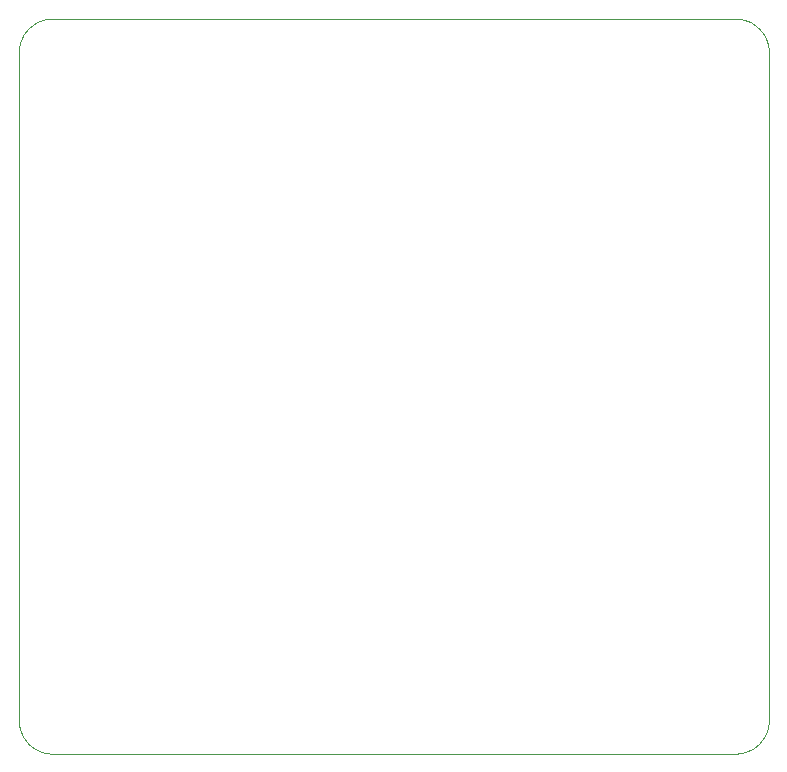
<source format=gko>
G75*
%MOIN*%
%OFA0B0*%
%FSLAX25Y25*%
%IPPOS*%
%LPD*%
%AMOC8*
5,1,8,0,0,1.08239X$1,22.5*
%
%ADD10C,0.00000*%
D10*
X0006800Y0012980D02*
X0006800Y0235620D01*
X0006803Y0235890D01*
X0006813Y0236160D01*
X0006829Y0236430D01*
X0006852Y0236699D01*
X0006882Y0236968D01*
X0006917Y0237235D01*
X0006960Y0237502D01*
X0007008Y0237768D01*
X0007063Y0238032D01*
X0007125Y0238296D01*
X0007193Y0238557D01*
X0007267Y0238817D01*
X0007347Y0239075D01*
X0007434Y0239331D01*
X0007527Y0239584D01*
X0007625Y0239836D01*
X0007730Y0240085D01*
X0007841Y0240331D01*
X0007958Y0240575D01*
X0008081Y0240816D01*
X0008209Y0241053D01*
X0008343Y0241288D01*
X0008483Y0241519D01*
X0008628Y0241747D01*
X0008779Y0241971D01*
X0008935Y0242191D01*
X0009097Y0242408D01*
X0009263Y0242621D01*
X0009435Y0242829D01*
X0009612Y0243034D01*
X0009793Y0243234D01*
X0009980Y0243429D01*
X0010171Y0243620D01*
X0010366Y0243807D01*
X0010566Y0243988D01*
X0010771Y0244165D01*
X0010979Y0244337D01*
X0011192Y0244503D01*
X0011409Y0244665D01*
X0011629Y0244821D01*
X0011853Y0244972D01*
X0012081Y0245117D01*
X0012312Y0245257D01*
X0012547Y0245391D01*
X0012784Y0245519D01*
X0013025Y0245642D01*
X0013269Y0245759D01*
X0013515Y0245870D01*
X0013764Y0245975D01*
X0014016Y0246073D01*
X0014269Y0246166D01*
X0014525Y0246253D01*
X0014783Y0246333D01*
X0015043Y0246407D01*
X0015304Y0246475D01*
X0015568Y0246537D01*
X0015832Y0246592D01*
X0016098Y0246640D01*
X0016365Y0246683D01*
X0016632Y0246718D01*
X0016901Y0246748D01*
X0017170Y0246771D01*
X0017440Y0246787D01*
X0017710Y0246797D01*
X0017980Y0246800D01*
X0245620Y0246800D01*
X0245890Y0246797D01*
X0246160Y0246787D01*
X0246430Y0246771D01*
X0246699Y0246748D01*
X0246968Y0246718D01*
X0247235Y0246683D01*
X0247502Y0246640D01*
X0247768Y0246592D01*
X0248032Y0246537D01*
X0248296Y0246475D01*
X0248557Y0246407D01*
X0248817Y0246333D01*
X0249075Y0246253D01*
X0249331Y0246166D01*
X0249584Y0246073D01*
X0249836Y0245975D01*
X0250085Y0245870D01*
X0250331Y0245759D01*
X0250575Y0245642D01*
X0250816Y0245519D01*
X0251053Y0245391D01*
X0251288Y0245257D01*
X0251519Y0245117D01*
X0251747Y0244972D01*
X0251971Y0244821D01*
X0252191Y0244665D01*
X0252408Y0244503D01*
X0252621Y0244337D01*
X0252829Y0244165D01*
X0253034Y0243988D01*
X0253234Y0243807D01*
X0253429Y0243620D01*
X0253620Y0243429D01*
X0253807Y0243234D01*
X0253988Y0243034D01*
X0254165Y0242829D01*
X0254337Y0242621D01*
X0254503Y0242408D01*
X0254665Y0242191D01*
X0254821Y0241971D01*
X0254972Y0241747D01*
X0255117Y0241519D01*
X0255257Y0241288D01*
X0255391Y0241053D01*
X0255519Y0240816D01*
X0255642Y0240575D01*
X0255759Y0240331D01*
X0255870Y0240085D01*
X0255975Y0239836D01*
X0256073Y0239584D01*
X0256166Y0239331D01*
X0256253Y0239075D01*
X0256333Y0238817D01*
X0256407Y0238557D01*
X0256475Y0238296D01*
X0256537Y0238032D01*
X0256592Y0237768D01*
X0256640Y0237502D01*
X0256683Y0237235D01*
X0256718Y0236968D01*
X0256748Y0236699D01*
X0256771Y0236430D01*
X0256787Y0236160D01*
X0256797Y0235890D01*
X0256800Y0235620D01*
X0256800Y0012980D01*
X0256797Y0012710D01*
X0256787Y0012440D01*
X0256771Y0012170D01*
X0256748Y0011901D01*
X0256718Y0011632D01*
X0256683Y0011365D01*
X0256640Y0011098D01*
X0256592Y0010832D01*
X0256537Y0010568D01*
X0256475Y0010304D01*
X0256407Y0010043D01*
X0256333Y0009783D01*
X0256253Y0009525D01*
X0256166Y0009269D01*
X0256073Y0009016D01*
X0255975Y0008764D01*
X0255870Y0008515D01*
X0255759Y0008269D01*
X0255642Y0008025D01*
X0255519Y0007784D01*
X0255391Y0007547D01*
X0255257Y0007312D01*
X0255117Y0007081D01*
X0254972Y0006853D01*
X0254821Y0006629D01*
X0254665Y0006409D01*
X0254503Y0006192D01*
X0254337Y0005979D01*
X0254165Y0005771D01*
X0253988Y0005566D01*
X0253807Y0005366D01*
X0253620Y0005171D01*
X0253429Y0004980D01*
X0253234Y0004793D01*
X0253034Y0004612D01*
X0252829Y0004435D01*
X0252621Y0004263D01*
X0252408Y0004097D01*
X0252191Y0003935D01*
X0251971Y0003779D01*
X0251747Y0003628D01*
X0251519Y0003483D01*
X0251288Y0003343D01*
X0251053Y0003209D01*
X0250816Y0003081D01*
X0250575Y0002958D01*
X0250331Y0002841D01*
X0250085Y0002730D01*
X0249836Y0002625D01*
X0249584Y0002527D01*
X0249331Y0002434D01*
X0249075Y0002347D01*
X0248817Y0002267D01*
X0248557Y0002193D01*
X0248296Y0002125D01*
X0248032Y0002063D01*
X0247768Y0002008D01*
X0247502Y0001960D01*
X0247235Y0001917D01*
X0246968Y0001882D01*
X0246699Y0001852D01*
X0246430Y0001829D01*
X0246160Y0001813D01*
X0245890Y0001803D01*
X0245620Y0001800D01*
X0017980Y0001800D01*
X0017710Y0001803D01*
X0017440Y0001813D01*
X0017170Y0001829D01*
X0016901Y0001852D01*
X0016632Y0001882D01*
X0016365Y0001917D01*
X0016098Y0001960D01*
X0015832Y0002008D01*
X0015568Y0002063D01*
X0015304Y0002125D01*
X0015043Y0002193D01*
X0014783Y0002267D01*
X0014525Y0002347D01*
X0014269Y0002434D01*
X0014016Y0002527D01*
X0013764Y0002625D01*
X0013515Y0002730D01*
X0013269Y0002841D01*
X0013025Y0002958D01*
X0012784Y0003081D01*
X0012547Y0003209D01*
X0012312Y0003343D01*
X0012081Y0003483D01*
X0011853Y0003628D01*
X0011629Y0003779D01*
X0011409Y0003935D01*
X0011192Y0004097D01*
X0010979Y0004263D01*
X0010771Y0004435D01*
X0010566Y0004612D01*
X0010366Y0004793D01*
X0010171Y0004980D01*
X0009980Y0005171D01*
X0009793Y0005366D01*
X0009612Y0005566D01*
X0009435Y0005771D01*
X0009263Y0005979D01*
X0009097Y0006192D01*
X0008935Y0006409D01*
X0008779Y0006629D01*
X0008628Y0006853D01*
X0008483Y0007081D01*
X0008343Y0007312D01*
X0008209Y0007547D01*
X0008081Y0007784D01*
X0007958Y0008025D01*
X0007841Y0008269D01*
X0007730Y0008515D01*
X0007625Y0008764D01*
X0007527Y0009016D01*
X0007434Y0009269D01*
X0007347Y0009525D01*
X0007267Y0009783D01*
X0007193Y0010043D01*
X0007125Y0010304D01*
X0007063Y0010568D01*
X0007008Y0010832D01*
X0006960Y0011098D01*
X0006917Y0011365D01*
X0006882Y0011632D01*
X0006852Y0011901D01*
X0006829Y0012170D01*
X0006813Y0012440D01*
X0006803Y0012710D01*
X0006800Y0012980D01*
M02*

</source>
